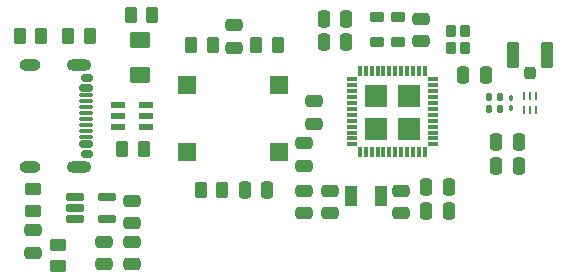
<source format=gbr>
%TF.GenerationSoftware,KiCad,Pcbnew,8.0.4*%
%TF.CreationDate,2024-08-23T17:35:39+03:00*%
%TF.ProjectId,STM32-Pill,53544d33-322d-4506-996c-6c2e6b696361,rev?*%
%TF.SameCoordinates,Original*%
%TF.FileFunction,Paste,Top*%
%TF.FilePolarity,Positive*%
%FSLAX46Y46*%
G04 Gerber Fmt 4.6, Leading zero omitted, Abs format (unit mm)*
G04 Created by KiCad (PCBNEW 8.0.4) date 2024-08-23 17:35:39*
%MOMM*%
%LPD*%
G01*
G04 APERTURE LIST*
G04 Aperture macros list*
%AMRoundRect*
0 Rectangle with rounded corners*
0 $1 Rounding radius*
0 $2 $3 $4 $5 $6 $7 $8 $9 X,Y pos of 4 corners*
0 Add a 4 corners polygon primitive as box body*
4,1,4,$2,$3,$4,$5,$6,$7,$8,$9,$2,$3,0*
0 Add four circle primitives for the rounded corners*
1,1,$1+$1,$2,$3*
1,1,$1+$1,$4,$5*
1,1,$1+$1,$6,$7*
1,1,$1+$1,$8,$9*
0 Add four rect primitives between the rounded corners*
20,1,$1+$1,$2,$3,$4,$5,0*
20,1,$1+$1,$4,$5,$6,$7,0*
20,1,$1+$1,$6,$7,$8,$9,0*
20,1,$1+$1,$8,$9,$2,$3,0*%
G04 Aperture macros list end*
%ADD10C,0.010000*%
%ADD11RoundRect,0.250000X0.262500X0.450000X-0.262500X0.450000X-0.262500X-0.450000X0.262500X-0.450000X0*%
%ADD12R,1.500000X1.500000*%
%ADD13RoundRect,0.250000X-0.262500X-0.450000X0.262500X-0.450000X0.262500X0.450000X-0.262500X0.450000X0*%
%ADD14RoundRect,0.250000X-0.250000X-0.475000X0.250000X-0.475000X0.250000X0.475000X-0.250000X0.475000X0*%
%ADD15RoundRect,0.250000X-0.475000X0.250000X-0.475000X-0.250000X0.475000X-0.250000X0.475000X0.250000X0*%
%ADD16RoundRect,0.250000X0.450000X-0.262500X0.450000X0.262500X-0.450000X0.262500X-0.450000X-0.262500X0*%
%ADD17RoundRect,0.250000X0.250000X0.475000X-0.250000X0.475000X-0.250000X-0.475000X0.250000X-0.475000X0*%
%ADD18RoundRect,0.033750X0.401250X-0.101250X0.401250X0.101250X-0.401250X0.101250X-0.401250X-0.101250X0*%
%ADD19RoundRect,0.033750X0.101250X-0.401250X0.101250X0.401250X-0.101250X0.401250X-0.101250X-0.401250X0*%
%ADD20RoundRect,0.218750X0.381250X-0.218750X0.381250X0.218750X-0.381250X0.218750X-0.381250X-0.218750X0*%
%ADD21RoundRect,0.162500X-0.617500X-0.162500X0.617500X-0.162500X0.617500X0.162500X-0.617500X0.162500X0*%
%ADD22RoundRect,0.073750X-0.531250X-0.221250X0.531250X-0.221250X0.531250X0.221250X-0.531250X0.221250X0*%
%ADD23RoundRect,0.250000X0.475000X-0.250000X0.475000X0.250000X-0.475000X0.250000X-0.475000X-0.250000X0*%
%ADD24RoundRect,0.090000X0.090000X-0.139000X0.090000X0.139000X-0.090000X0.139000X-0.090000X-0.139000X0*%
%ADD25RoundRect,0.250000X-0.450000X0.262500X-0.450000X-0.262500X0.450000X-0.262500X0.450000X0.262500X0*%
%ADD26RoundRect,0.150000X-0.350000X0.150000X-0.350000X-0.150000X0.350000X-0.150000X0.350000X0.150000X0*%
%ADD27RoundRect,0.150000X-0.425000X0.150000X-0.425000X-0.150000X0.425000X-0.150000X0.425000X0.150000X0*%
%ADD28RoundRect,0.075000X-0.500000X0.075000X-0.500000X-0.075000X0.500000X-0.075000X0.500000X0.075000X0*%
%ADD29O,2.100000X1.000000*%
%ADD30O,1.800000X1.000000*%
%ADD31RoundRect,0.140000X-0.140000X-0.170000X0.140000X-0.170000X0.140000X0.170000X-0.140000X0.170000X0*%
%ADD32R,1.000000X1.800000*%
%ADD33RoundRect,0.147500X-0.147500X-0.172500X0.147500X-0.172500X0.147500X0.172500X-0.147500X0.172500X0*%
%ADD34RoundRect,0.102000X0.323000X-0.373000X0.323000X0.373000X-0.323000X0.373000X-0.323000X-0.373000X0*%
%ADD35RoundRect,0.218750X-0.381250X0.218750X-0.381250X-0.218750X0.381250X-0.218750X0.381250X0.218750X0*%
%ADD36RoundRect,0.250001X-0.624999X0.462499X-0.624999X-0.462499X0.624999X-0.462499X0.624999X0.462499X0*%
%ADD37R,0.190000X0.690000*%
%ADD38RoundRect,0.250000X0.250000X-0.275000X0.250000X0.275000X-0.250000X0.275000X-0.250000X-0.275000X0*%
%ADD39RoundRect,0.250000X0.275000X-0.850000X0.275000X0.850000X-0.275000X0.850000X-0.275000X-0.850000X0*%
G04 APERTURE END LIST*
D10*
%TO.C,U1*%
X155240000Y-94729231D02*
X153460000Y-94729231D01*
X153460000Y-92949231D01*
X155240000Y-92949231D01*
X155240000Y-94729231D01*
G36*
X155240000Y-94729231D02*
G01*
X153460000Y-94729231D01*
X153460000Y-92949231D01*
X155240000Y-92949231D01*
X155240000Y-94729231D01*
G37*
X155240000Y-91929231D02*
X153460000Y-91929231D01*
X153460000Y-90149231D01*
X155240000Y-90149231D01*
X155240000Y-91929231D01*
G36*
X155240000Y-91929231D02*
G01*
X153460000Y-91929231D01*
X153460000Y-90149231D01*
X155240000Y-90149231D01*
X155240000Y-91929231D01*
G37*
X152440000Y-94729231D02*
X150660000Y-94729231D01*
X150660000Y-92949231D01*
X152440000Y-92949231D01*
X152440000Y-94729231D01*
G36*
X152440000Y-94729231D02*
G01*
X150660000Y-94729231D01*
X150660000Y-92949231D01*
X152440000Y-92949231D01*
X152440000Y-94729231D01*
G37*
X152440000Y-91929231D02*
X150660000Y-91929231D01*
X150660000Y-90149231D01*
X152440000Y-90149231D01*
X152440000Y-91929231D01*
G36*
X152440000Y-91929231D02*
G01*
X150660000Y-91929231D01*
X150660000Y-90149231D01*
X152440000Y-90149231D01*
X152440000Y-91929231D01*
G37*
%TD*%
D11*
%TO.C,R9*%
X132612500Y-84200000D03*
X130787500Y-84200000D03*
%TD*%
D12*
%TO.C,BOOT0*%
X135570002Y-90200000D03*
X143370000Y-90200000D03*
%TD*%
D13*
%TO.C,R5*%
X137732500Y-86800000D03*
X135907500Y-86800000D03*
%TD*%
D14*
%TO.C,C6*%
X157739561Y-100789231D03*
X155839561Y-100789231D03*
%TD*%
D11*
%TO.C,R6*%
X141407500Y-86800000D03*
X143232500Y-86800000D03*
%TD*%
D15*
%TO.C,C21*%
X130900000Y-101849999D03*
X130900000Y-99950001D03*
%TD*%
D16*
%TO.C,R8*%
X124600000Y-103687500D03*
X124600000Y-105512500D03*
%TD*%
D17*
%TO.C,C2*%
X147150001Y-84539231D03*
X149049999Y-84539231D03*
%TD*%
D18*
%TO.C,U1*%
X149520000Y-95189231D03*
X149520000Y-94689231D03*
X149520000Y-94189231D03*
X149520000Y-93689231D03*
X149520000Y-93189231D03*
X149520000Y-92689231D03*
X149520000Y-92189231D03*
X149520000Y-91689231D03*
X149520000Y-91189231D03*
X149520000Y-90689231D03*
X149520000Y-90189231D03*
X149520000Y-89689231D03*
D19*
X150200000Y-89009231D03*
X150700000Y-89009231D03*
X151200000Y-89009231D03*
X151700000Y-89009231D03*
X152200000Y-89009231D03*
X152700000Y-89009231D03*
X153200000Y-89009231D03*
X153700000Y-89009231D03*
X154200000Y-89009231D03*
X154700000Y-89009231D03*
X155200000Y-89009231D03*
X155700000Y-89009231D03*
D18*
X156380000Y-89689231D03*
X156380000Y-90189231D03*
X156380000Y-90689231D03*
X156380000Y-91189231D03*
X156380000Y-91689231D03*
X156380000Y-92189231D03*
X156380000Y-92689231D03*
X156380000Y-93189231D03*
X156380000Y-93689231D03*
X156380000Y-94189231D03*
X156380000Y-94689231D03*
X156380000Y-95189231D03*
D19*
X155700000Y-95869231D03*
X155200000Y-95869231D03*
X154700000Y-95869231D03*
X154200000Y-95869231D03*
X153700000Y-95869231D03*
X153200000Y-95869231D03*
X152700000Y-95869231D03*
X152200000Y-95869231D03*
X151700000Y-95869231D03*
X151200000Y-95869231D03*
X150700000Y-95869231D03*
X150200000Y-95869231D03*
%TD*%
D20*
%TO.C,L1*%
X151621800Y-84437500D03*
X151621800Y-86562500D03*
%TD*%
D21*
%TO.C,U2*%
X126050000Y-99650000D03*
X126050000Y-100600000D03*
X126050000Y-101550000D03*
X128750000Y-101550000D03*
X128750000Y-99650000D03*
%TD*%
D15*
%TO.C,C20*%
X130900000Y-105349999D03*
X130900000Y-103450001D03*
%TD*%
D22*
%TO.C,U3*%
X129731600Y-91850001D03*
X129731600Y-92800001D03*
X129731600Y-93750001D03*
X132068400Y-93750001D03*
X132068400Y-92800001D03*
X132068400Y-91850001D03*
%TD*%
D12*
%TO.C,SW1*%
X143370000Y-95800000D03*
X135570002Y-95800000D03*
%TD*%
D14*
%TO.C,C9*%
X161750000Y-97039231D03*
X163650000Y-97039231D03*
%TD*%
D15*
%TO.C,C14*%
X153700000Y-101039230D03*
X153700000Y-99139232D03*
%TD*%
D23*
%TO.C,C12*%
X155400000Y-84550001D03*
X155400000Y-86449999D03*
%TD*%
D15*
%TO.C,C4*%
X145500000Y-101039230D03*
X145500000Y-99139232D03*
%TD*%
D14*
%TO.C,C5*%
X157739560Y-98789231D03*
X155839562Y-98789231D03*
%TD*%
D24*
%TO.C,C16*%
X163000000Y-91267500D03*
X163000000Y-92132500D03*
%TD*%
D15*
%TO.C,C19*%
X128500000Y-103450001D03*
X128500000Y-105349999D03*
%TD*%
D25*
%TO.C,R2*%
X122498163Y-100833500D03*
X122498163Y-99008500D03*
%TD*%
D11*
%TO.C,R3*%
X123212500Y-86000001D03*
X121387500Y-86000001D03*
%TD*%
D26*
%TO.C,J1*%
X127065000Y-89600001D03*
D27*
X126990000Y-90400001D03*
D28*
X126989999Y-91550001D03*
X126990000Y-92550001D03*
X126990000Y-93050001D03*
X126989999Y-94050001D03*
D27*
X126990000Y-95200001D03*
D26*
X127065000Y-96000001D03*
X127065000Y-96000001D03*
D27*
X126990000Y-95200001D03*
D28*
X126990000Y-94550001D03*
X126990000Y-93550001D03*
X126990000Y-92050001D03*
X126990000Y-91050001D03*
D27*
X126990000Y-90400001D03*
D26*
X127065000Y-89600001D03*
D29*
X126415000Y-88480001D03*
D30*
X122235000Y-88480001D03*
D29*
X126415000Y-97120001D03*
D30*
X122235000Y-97120001D03*
%TD*%
D13*
%TO.C,R1*%
X136737500Y-99050000D03*
X138562500Y-99050000D03*
%TD*%
D31*
%TO.C,C15*%
X162080000Y-91200000D03*
X161120000Y-91200000D03*
%TD*%
D23*
%TO.C,C7*%
X145500000Y-96989230D03*
X145500000Y-95089232D03*
%TD*%
D15*
%TO.C,C13*%
X147700000Y-101039230D03*
X147700000Y-99139232D03*
%TD*%
D32*
%TO.C,X2*%
X149450000Y-99539231D03*
X151950000Y-99539231D03*
%TD*%
D33*
%TO.C,L3*%
X162085000Y-92200000D03*
X161115000Y-92200000D03*
%TD*%
D17*
%TO.C,C1*%
X147150001Y-86539231D03*
X149049999Y-86539231D03*
%TD*%
D34*
%TO.C,X1*%
X159075000Y-87025000D03*
X159075000Y-85575000D03*
X157925000Y-85575000D03*
X157925000Y-87025000D03*
%TD*%
D35*
%TO.C,L2*%
X153445900Y-86562500D03*
X153445900Y-84437500D03*
%TD*%
D17*
%TO.C,C11*%
X142349999Y-99050000D03*
X140450001Y-99050000D03*
%TD*%
D13*
%TO.C,R4*%
X125487500Y-86000001D03*
X127312500Y-86000001D03*
%TD*%
D23*
%TO.C,C18*%
X122500000Y-104349999D03*
X122500000Y-102450001D03*
%TD*%
D36*
%TO.C,D1*%
X131600000Y-86312501D03*
X131600000Y-89287501D03*
%TD*%
D14*
%TO.C,C3*%
X158950001Y-89300000D03*
X160849999Y-89300000D03*
%TD*%
D37*
%TO.C,FL1*%
X164100000Y-91130001D03*
X164600000Y-91130000D03*
X165100000Y-91130001D03*
X165100000Y-92269999D03*
X164600000Y-92270000D03*
X164100000Y-92269999D03*
%TD*%
D11*
%TO.C,R7*%
X131912500Y-95600000D03*
X130087500Y-95600000D03*
%TD*%
D15*
%TO.C,C10*%
X146300000Y-93449999D03*
X146300000Y-91550001D03*
%TD*%
D14*
%TO.C,C8*%
X161750000Y-95000000D03*
X163650000Y-95000000D03*
%TD*%
D23*
%TO.C,C17*%
X139570001Y-85100001D03*
X139570001Y-86999999D03*
%TD*%
D38*
%TO.C,J4*%
X164600000Y-89150000D03*
D39*
X163125000Y-87625000D03*
X166075000Y-87625000D03*
%TD*%
M02*

</source>
